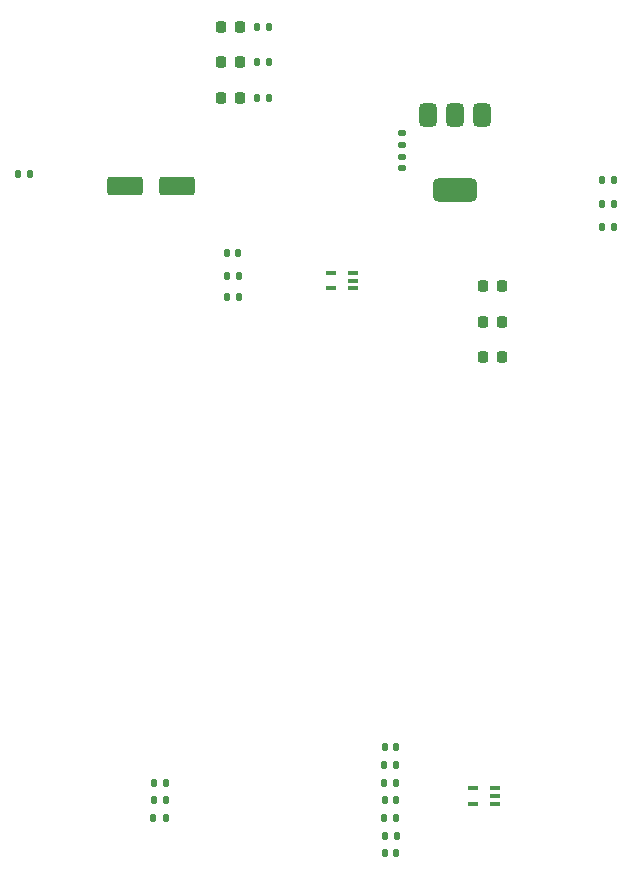
<source format=gbr>
%TF.GenerationSoftware,KiCad,Pcbnew,8.0.8*%
%TF.CreationDate,2025-05-05T21:02:48+02:00*%
%TF.ProjectId,Alarm Control System,416c6172-6d20-4436-9f6e-74726f6c2053,1.0*%
%TF.SameCoordinates,Original*%
%TF.FileFunction,Paste,Top*%
%TF.FilePolarity,Positive*%
%FSLAX46Y46*%
G04 Gerber Fmt 4.6, Leading zero omitted, Abs format (unit mm)*
G04 Created by KiCad (PCBNEW 8.0.8) date 2025-05-05 21:02:48*
%MOMM*%
%LPD*%
G01*
G04 APERTURE LIST*
G04 Aperture macros list*
%AMRoundRect*
0 Rectangle with rounded corners*
0 $1 Rounding radius*
0 $2 $3 $4 $5 $6 $7 $8 $9 X,Y pos of 4 corners*
0 Add a 4 corners polygon primitive as box body*
4,1,4,$2,$3,$4,$5,$6,$7,$8,$9,$2,$3,0*
0 Add four circle primitives for the rounded corners*
1,1,$1+$1,$2,$3*
1,1,$1+$1,$4,$5*
1,1,$1+$1,$6,$7*
1,1,$1+$1,$8,$9*
0 Add four rect primitives between the rounded corners*
20,1,$1+$1,$2,$3,$4,$5,0*
20,1,$1+$1,$4,$5,$6,$7,0*
20,1,$1+$1,$6,$7,$8,$9,0*
20,1,$1+$1,$8,$9,$2,$3,0*%
G04 Aperture macros list end*
%ADD10RoundRect,0.140000X-0.140000X-0.170000X0.140000X-0.170000X0.140000X0.170000X-0.140000X0.170000X0*%
%ADD11RoundRect,0.135000X0.135000X0.185000X-0.135000X0.185000X-0.135000X-0.185000X0.135000X-0.185000X0*%
%ADD12RoundRect,0.135000X-0.135000X-0.185000X0.135000X-0.185000X0.135000X0.185000X-0.135000X0.185000X0*%
%ADD13RoundRect,0.218750X-0.218750X-0.256250X0.218750X-0.256250X0.218750X0.256250X-0.218750X0.256250X0*%
%ADD14RoundRect,0.140000X0.170000X-0.140000X0.170000X0.140000X-0.170000X0.140000X-0.170000X-0.140000X0*%
%ADD15RoundRect,0.140000X0.140000X0.170000X-0.140000X0.170000X-0.140000X-0.170000X0.140000X-0.170000X0*%
%ADD16RoundRect,0.375000X-0.375000X0.625000X-0.375000X-0.625000X0.375000X-0.625000X0.375000X0.625000X0*%
%ADD17RoundRect,0.500000X-1.400000X0.500000X-1.400000X-0.500000X1.400000X-0.500000X1.400000X0.500000X0*%
%ADD18RoundRect,0.100000X-0.325000X0.100000X-0.325000X-0.100000X0.325000X-0.100000X0.325000X0.100000X0*%
%ADD19RoundRect,0.140000X-0.170000X0.140000X-0.170000X-0.140000X0.170000X-0.140000X0.170000X0.140000X0*%
%ADD20RoundRect,0.250000X-1.250000X-0.550000X1.250000X-0.550000X1.250000X0.550000X-1.250000X0.550000X0*%
G04 APERTURE END LIST*
D10*
%TO.C,C801*%
X102720000Y-72700000D03*
X103680000Y-72700000D03*
%TD*%
D11*
%TO.C,R801*%
X103710000Y-76400000D03*
X102690000Y-76400000D03*
%TD*%
D12*
%TO.C,R403*%
X105285300Y-56516100D03*
X106305300Y-56516100D03*
%TD*%
D13*
%TO.C,D402*%
X102210300Y-56516100D03*
X103785300Y-56516100D03*
%TD*%
D14*
%TO.C,C403*%
X117517800Y-65516100D03*
X117517800Y-64556100D03*
%TD*%
D15*
%TO.C,C904*%
X117017800Y-119016100D03*
X116057800Y-119016100D03*
%TD*%
D13*
%TO.C,D403*%
X102210300Y-59516100D03*
X103785300Y-59516100D03*
%TD*%
D11*
%TO.C,R902*%
X117017800Y-116016100D03*
X115997800Y-116016100D03*
%TD*%
D10*
%TO.C,C903*%
X96557800Y-117516100D03*
X97517800Y-117516100D03*
%TD*%
D13*
%TO.C,D502*%
X124425000Y-75500000D03*
X126000000Y-75500000D03*
%TD*%
D12*
%TO.C,R905*%
X96517800Y-119016100D03*
X97537800Y-119016100D03*
%TD*%
D11*
%TO.C,R504*%
X135500000Y-66500000D03*
X134480000Y-66500000D03*
%TD*%
%TO.C,R802*%
X103710000Y-74600000D03*
X102690000Y-74600000D03*
%TD*%
D13*
%TO.C,D504*%
X124425000Y-78500000D03*
X126000000Y-78500000D03*
%TD*%
D12*
%TO.C,R402*%
X105285300Y-53516100D03*
X106305300Y-53516100D03*
%TD*%
D11*
%TO.C,R903*%
X117017800Y-120516100D03*
X115997800Y-120516100D03*
%TD*%
D16*
%TO.C,U402*%
X124317800Y-61016100D03*
X122017800Y-61016100D03*
D17*
X122017800Y-67316100D03*
D16*
X119717800Y-61016100D03*
%TD*%
D11*
%TO.C,R901*%
X117077800Y-122016100D03*
X116057800Y-122016100D03*
%TD*%
D18*
%TO.C,D801*%
X113405000Y-75670000D03*
X113405000Y-75020000D03*
X113405000Y-74370000D03*
X111555000Y-74370000D03*
X111555000Y-75670000D03*
%TD*%
D19*
%TO.C,C401*%
X117517800Y-62556100D03*
X117517800Y-63516100D03*
%TD*%
D15*
%TO.C,C404*%
X86017800Y-66016100D03*
X85057800Y-66016100D03*
%TD*%
%TO.C,C901*%
X117017800Y-123516100D03*
X116057800Y-123516100D03*
%TD*%
%TO.C,C902*%
X117017800Y-114516100D03*
X116057800Y-114516100D03*
%TD*%
D13*
%TO.C,D505*%
X124425000Y-81500000D03*
X126000000Y-81500000D03*
%TD*%
D18*
%TO.C,D901*%
X125417800Y-119300000D03*
X125417800Y-118650000D03*
X125417800Y-118000000D03*
X123567800Y-118000000D03*
X123567800Y-119300000D03*
%TD*%
D13*
%TO.C,D401*%
X102230300Y-53516100D03*
X103805300Y-53516100D03*
%TD*%
D11*
%TO.C,R503*%
X135500000Y-70500000D03*
X134480000Y-70500000D03*
%TD*%
%TO.C,R906*%
X97517800Y-120516100D03*
X96497800Y-120516100D03*
%TD*%
%TO.C,R501*%
X135510000Y-68500000D03*
X134490000Y-68500000D03*
%TD*%
D20*
%TO.C,C402*%
X94095300Y-67016100D03*
X98495300Y-67016100D03*
%TD*%
D12*
%TO.C,R404*%
X105285300Y-59516100D03*
X106305300Y-59516100D03*
%TD*%
D11*
%TO.C,R904*%
X117017800Y-117516100D03*
X115997800Y-117516100D03*
%TD*%
M02*

</source>
